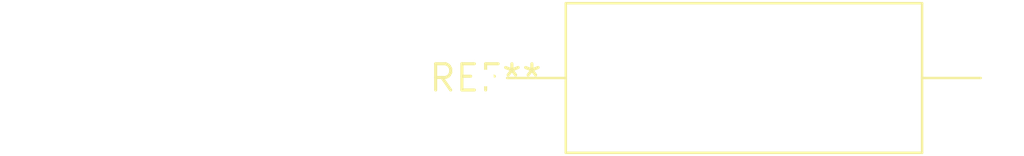
<source format=kicad_pcb>
(kicad_pcb (version 20240108) (generator pcbnew)
  (layers (0 "F.Cu" signal) (31 "B.Cu" signal) (34 "B.Paste" user) (35 "F.Paste" user) (36 "B.SilkS" user "B.Silkscreen") (37 "F.SilkS" user "F.Silkscreen") (38 "B.Mask" user) (39 "F.Mask" user) (44 "Edge.Cuts" user))
  (net 0 "")
  (footprint "C_Axial_L17.0mm_D7.0mm_P25.00mm_Horizontal" (layer "F.Cu") (at 0 0)
    (property "Reference" "REF**")
    (property "Value" "C_Axial_L17.0mm_D7.0mm_P25.00mm_Horizontal")
    (fp_line (start 1.04 0) (end 3.88 0) (layer "F.SilkS") (stroke (width 0.12)))
    (fp_line (start 3.88 -3.62) (end 3.88 3.62) (layer "F.SilkS") (stroke (width 0.12)))
    (fp_line (start 3.88 3.62) (end 21.12 3.62) (layer "F.SilkS") (stroke (width 0.12)))
    (fp_line (start 21.12 -3.62) (end 3.88 -3.62) (layer "F.SilkS") (stroke (width 0.12)))
    (fp_line (start 21.12 3.62) (end 21.12 -3.62) (layer "F.SilkS") (stroke (width 0.12)))
    (fp_line (start 23.96 0) (end 21.12 0) (layer "F.SilkS") (stroke (width 0.12)))
    (pad "1" thru_hole circle (at 0 0) (size 1.6 1.6) (drill 0.8) (layers *.Cu *.Mask) (remove_unused_layers))
    (pad "2" thru_hole oval (at 25 0) (size 1.6 1.6) (drill 0.8) (layers *.Cu *.Mask) (remove_unused_layers))
  )
)
</source>
